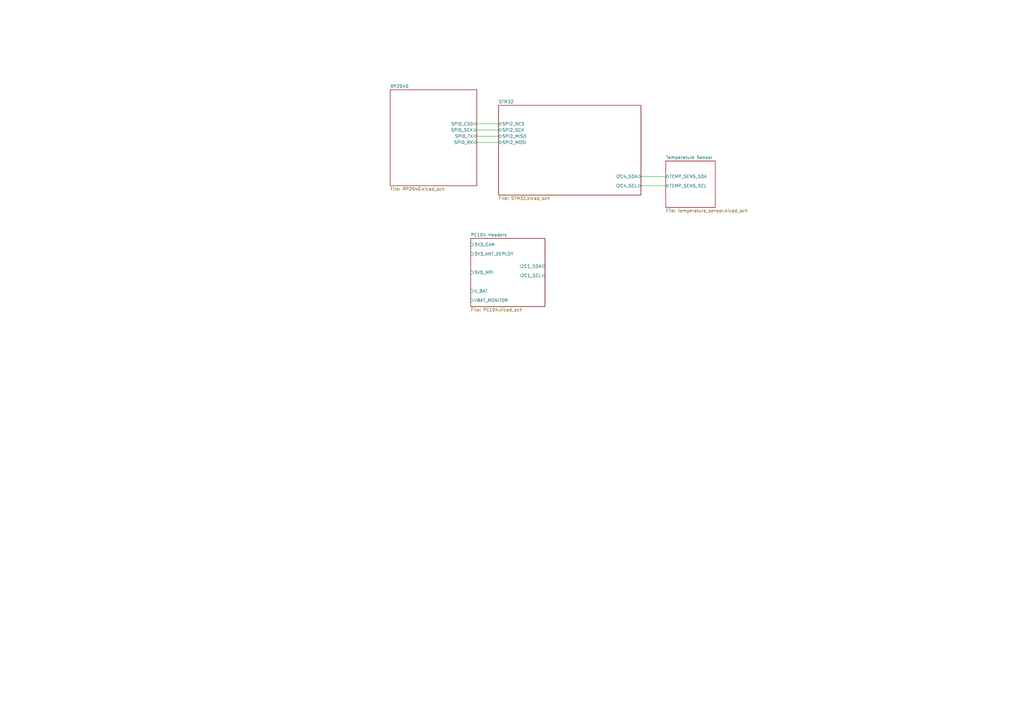
<source format=kicad_sch>
(kicad_sch
	(version 20250114)
	(generator "eeschema")
	(generator_version "9.0")
	(uuid "58243925-df8d-4fc1-899e-fce866d1d25a")
	(paper "A3")
	(lib_symbols)
	(wire
		(pts
			(xy 195.58 50.8) (xy 204.47 50.8)
		)
		(stroke
			(width 0)
			(type default)
		)
		(uuid "5232ab57-9dbb-4d75-80fb-9b92cd4ef017")
	)
	(wire
		(pts
			(xy 262.89 76.2) (xy 273.05 76.2)
		)
		(stroke
			(width 0)
			(type default)
		)
		(uuid "5c4965a1-7b01-4df0-b11f-40c6a4bbece2")
	)
	(wire
		(pts
			(xy 262.89 72.39) (xy 273.05 72.39)
		)
		(stroke
			(width 0)
			(type default)
		)
		(uuid "7644270c-651c-4f2c-8540-a2f253dbc596")
	)
	(wire
		(pts
			(xy 195.58 53.34) (xy 204.47 53.34)
		)
		(stroke
			(width 0)
			(type default)
		)
		(uuid "a1791301-dc21-4954-8ae1-efe645b788cd")
	)
	(wire
		(pts
			(xy 195.58 55.88) (xy 204.47 55.88)
		)
		(stroke
			(width 0)
			(type default)
		)
		(uuid "a5c37501-1f72-4600-8370-674bf4127100")
	)
	(wire
		(pts
			(xy 195.58 58.42) (xy 204.47 58.42)
		)
		(stroke
			(width 0)
			(type default)
		)
		(uuid "bc090151-96e1-40ae-8cd2-1647e667196e")
	)
	(sheet
		(at 273.05 66.04)
		(size 20.32 19.05)
		(exclude_from_sim no)
		(in_bom yes)
		(on_board yes)
		(dnp no)
		(fields_autoplaced yes)
		(stroke
			(width 0.1524)
			(type solid)
		)
		(fill
			(color 0 0 0 0.0000)
		)
		(uuid "63c6a28f-a5f3-40ea-8388-ed5b275d8d3e")
		(property "Sheetname" "Temperature Sensor"
			(at 273.05 65.3284 0)
			(effects
				(font
					(size 1.27 1.27)
				)
				(justify left bottom)
			)
		)
		(property "Sheetfile" "temperature_sensor.kicad_sch"
			(at 273.05 85.6746 0)
			(effects
				(font
					(size 1.27 1.27)
				)
				(justify left top)
			)
		)
		(pin "TEMP_SENS_SDA" bidirectional
			(at 273.05 72.39 180)
			(uuid "1640c46f-8780-432a-ab74-c1208d4e6766")
			(effects
				(font
					(size 1.27 1.27)
				)
				(justify left)
			)
		)
		(pin "TEMP_SENS_SCL" bidirectional
			(at 273.05 76.2 180)
			(uuid "fdd91708-037a-4786-85f0-c180d5c923a3")
			(effects
				(font
					(size 1.27 1.27)
				)
				(justify left)
			)
		)
		(instances
			(project "CTS-SAT-2-OBC-PCB"
				(path "/58243925-df8d-4fc1-899e-fce866d1d25a"
					(page "5")
				)
			)
		)
	)
	(sheet
		(at 193.04 97.79)
		(size 30.48 27.94)
		(exclude_from_sim no)
		(in_bom yes)
		(on_board yes)
		(dnp no)
		(fields_autoplaced yes)
		(stroke
			(width 0.1524)
			(type solid)
		)
		(fill
			(color 0 0 0 0.0000)
		)
		(uuid "affb10ea-0cf3-46d1-942c-2ca1828b17dc")
		(property "Sheetname" "PC104 Headers"
			(at 193.04 97.0784 0)
			(effects
				(font
					(size 1.27 1.27)
				)
				(justify left bottom)
			)
		)
		(property "Sheetfile" "PC104.kicad_sch"
			(at 193.04 126.3146 0)
			(effects
				(font
					(size 1.27 1.27)
				)
				(justify left top)
			)
		)
		(pin "3V3_CAM" input
			(at 193.04 100.33 180)
			(uuid "19c9673a-037e-4dc3-90e6-a1a5693ee0c9")
			(effects
				(font
					(size 1.27 1.27)
				)
				(justify left)
			)
		)
		(pin "I2C1_SDA" input
			(at 223.52 109.22 0)
			(uuid "bdcf6144-e567-4c7d-9a42-07c75af5edb7")
			(effects
				(font
					(size 1.27 1.27)
				)
				(justify right)
			)
		)
		(pin "5V0_MPI" input
			(at 193.04 111.76 180)
			(uuid "32b59e08-84a9-4bed-ab87-ac9d13f38514")
			(effects
				(font
					(size 1.27 1.27)
				)
				(justify left)
			)
		)
		(pin "I2C1_SCL" input
			(at 223.52 113.03 0)
			(uuid "bd01365e-e1c4-4ca8-99b5-60a086e53589")
			(effects
				(font
					(size 1.27 1.27)
				)
				(justify right)
			)
		)
		(pin "3V3_ANT_DEPLOY" input
			(at 193.04 104.14 180)
			(uuid "800393a4-2774-4e18-828e-53f2bd2cf9d5")
			(effects
				(font
					(size 1.27 1.27)
				)
				(justify left)
			)
		)
		(pin "V_BAT" input
			(at 193.04 119.38 180)
			(uuid "bbc3b0ff-998e-4157-b5f8-dcf8c284a6d3")
			(effects
				(font
					(size 1.27 1.27)
				)
				(justify left)
			)
		)
		(pin "VBAT_MONITOR" input
			(at 193.04 123.19 180)
			(uuid "5c47f393-f9d6-4c37-8028-651a45492813")
			(effects
				(font
					(size 1.27 1.27)
				)
				(justify left)
			)
		)
		(instances
			(project "CTS-SAT-2-OBC-PCB"
				(path "/58243925-df8d-4fc1-899e-fce866d1d25a"
					(page "4")
				)
			)
		)
	)
	(sheet
		(at 160.02 36.83)
		(size 35.56 39.37)
		(exclude_from_sim no)
		(in_bom yes)
		(on_board yes)
		(dnp no)
		(fields_autoplaced yes)
		(stroke
			(width 0.1524)
			(type solid)
		)
		(fill
			(color 0 0 0 0.0000)
		)
		(uuid "bec95c26-e44f-4f6a-97be-aee51e3bba5a")
		(property "Sheetname" "RP2040"
			(at 160.02 36.1184 0)
			(effects
				(font
					(size 1.27 1.27)
				)
				(justify left bottom)
			)
		)
		(property "Sheetfile" "RP2040.kicad_sch"
			(at 160.02 76.7846 0)
			(effects
				(font
					(size 1.27 1.27)
				)
				(justify left top)
			)
		)
		(pin "SPI0_TX" bidirectional
			(at 195.58 55.88 0)
			(uuid "4ce702a8-2806-4e9c-a3d0-e81eb4fd41d1")
			(effects
				(font
					(size 1.27 1.27)
				)
				(justify right)
			)
		)
		(pin "SPI0_CS0" bidirectional
			(at 195.58 50.8 0)
			(uuid "ac560d56-a51b-4d07-89dd-54865460dbdc")
			(effects
				(font
					(size 1.27 1.27)
				)
				(justify right)
			)
		)
		(pin "SPI0_RX" bidirectional
			(at 195.58 58.42 0)
			(uuid "d97bce3a-0c6c-4407-b762-d733bc56e3ba")
			(effects
				(font
					(size 1.27 1.27)
				)
				(justify right)
			)
		)
		(pin "SPI0_SCK" bidirectional
			(at 195.58 53.34 0)
			(uuid "3be19c5c-f982-405b-8c06-3e8951261a18")
			(effects
				(font
					(size 1.27 1.27)
				)
				(justify right)
			)
		)
		(instances
			(project "CTS-SAT-2-OBC-PCB"
				(path "/58243925-df8d-4fc1-899e-fce866d1d25a"
					(page "2")
				)
			)
		)
	)
	(sheet
		(at 204.47 43.18)
		(size 58.42 36.83)
		(exclude_from_sim no)
		(in_bom yes)
		(on_board yes)
		(dnp no)
		(fields_autoplaced yes)
		(stroke
			(width 0.1524)
			(type solid)
		)
		(fill
			(color 0 0 0 0.0000)
		)
		(uuid "c7b2a9f5-c39c-4892-aa33-31b3626fafef")
		(property "Sheetname" "STM32"
			(at 204.47 42.4684 0)
			(effects
				(font
					(size 1.27 1.27)
				)
				(justify left bottom)
			)
		)
		(property "Sheetfile" "STM32.kicad_sch"
			(at 204.47 80.5946 0)
			(effects
				(font
					(size 1.27 1.27)
				)
				(justify left top)
			)
		)
		(pin "I2C4_SCL" bidirectional
			(at 262.89 76.2 0)
			(uuid "f7996345-a27d-4a3e-b844-9c3091199cb2")
			(effects
				(font
					(size 1.27 1.27)
				)
				(justify right)
			)
		)
		(pin "I2C4_SDA" bidirectional
			(at 262.89 72.39 0)
			(uuid "efbab943-87ae-4dd1-8eca-f92ff37910b3")
			(effects
				(font
					(size 1.27 1.27)
				)
				(justify right)
			)
		)
		(pin "SPI2_MOSI" bidirectional
			(at 204.47 58.42 180)
			(uuid "4dad4dad-f682-44e3-a5f2-fa464be155d5")
			(effects
				(font
					(size 1.27 1.27)
				)
				(justify left)
			)
		)
		(pin "SPI2_NCS" bidirectional
			(at 204.47 50.8 180)
			(uuid "b427da41-4f34-4350-80ad-c3e999b82bb2")
			(effects
				(font
					(size 1.27 1.27)
				)
				(justify left)
			)
		)
		(pin "SPI2_SCK" bidirectional
			(at 204.47 53.34 180)
			(uuid "315a537c-40ec-4d2d-9e8f-b2ad97417708")
			(effects
				(font
					(size 1.27 1.27)
				)
				(justify left)
			)
		)
		(pin "SPI2_MISO" bidirectional
			(at 204.47 55.88 180)
			(uuid "33e0eca5-ed06-48d5-8178-0247b65699e7")
			(effects
				(font
					(size 1.27 1.27)
				)
				(justify left)
			)
		)
		(instances
			(project "CTS-SAT-2-OBC-PCB"
				(path "/58243925-df8d-4fc1-899e-fce866d1d25a"
					(page "3")
				)
			)
		)
	)
	(sheet_instances
		(path "/"
			(page "1")
		)
	)
	(embedded_fonts no)
)

</source>
